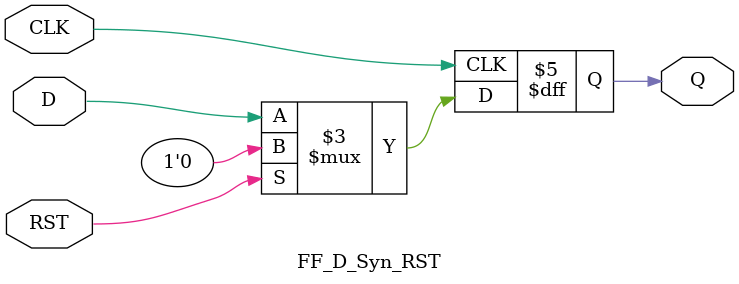
<source format=v>
module FF_D_Syn_RST(
	input				CLK,
	input 			RST,
	input				D,
	output	reg	Q
);

always @(posedge CLK)
begin
	if (RST)
		Q <= 1'b0;
	else
		Q <= D;
	end

endmodule 
</source>
